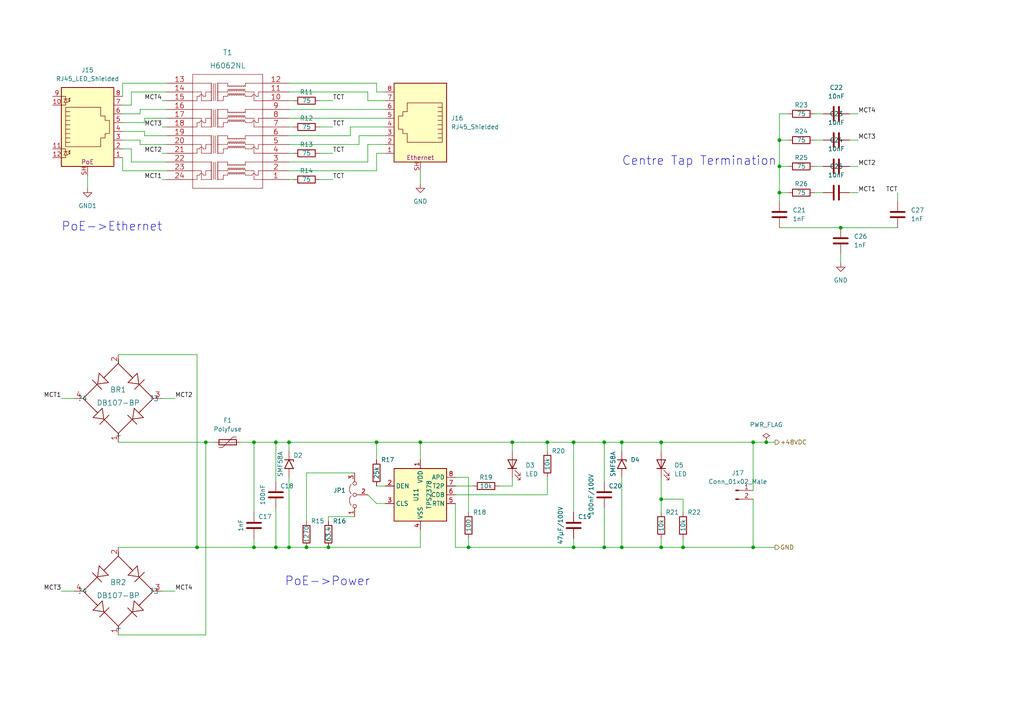
<source format=kicad_sch>
(kicad_sch (version 20211123) (generator eeschema)
  (paper "A4")
  (title_block (title "ModularDeck v1") (comment 1 "Board: PortsBoard") (comment 2 "Authors: Shantea Controls & Tim Nelson") (comment 4 "cf. DesignNotes.txt file"))
  (lib_symbols
    (symbol "2023-01-09_06-38-29:H6062FNLT" (pin_names (offset 0.254) hide)
      (property "Reference" "XMER" (at 17.78 7.62 0))
      (property "Value" "H6062FNLT" (at 17.78 5.08 0))
      (symbol "H6062FNLT_1_1"
        (pin unspecified line (at 0 0 0) (length 7.62) (name "1") (number "1"))
        (pin unspecified line (at 0 -22.86 0) (length 7.62) (name "10") (number "10"))
        (pin unspecified line (at 0 -25.4 0) (length 7.62) (name "11") (number "11"))
        (pin unspecified line (at 0 -27.94 0) (length 7.62) (name "12") (number "12"))
        (pin unspecified line (at 35.56 -27.94 180) (length 7.62) (name "13") (number "13"))
        (pin unspecified line (at 35.56 -25.4 180) (length 7.62) (name "14") (number "14"))
        (pin unspecified line (at 35.56 -22.86 180) (length 7.62) (name "15") (number "15"))
        (pin unspecified line (at 35.56 -20.32 180) (length 7.62) (name "16") (number "16"))
        (pin unspecified line (at 35.56 -17.78 180) (length 7.62) (name "17") (number "17"))
        (pin unspecified line (at 35.56 -15.24 180) (length 7.62) (name "18") (number "18"))
        (pin unspecified line (at 35.56 -12.7 180) (length 7.62) (name "19") (number "19"))
        (pin unspecified line (at 0 -2.54 0) (length 7.62) (name "2") (number "2"))
        (pin unspecified line (at 35.56 -10.16 180) (length 7.62) (name "20") (number "20"))
        (pin unspecified line (at 35.56 -7.62 180) (length 7.62) (name "21") (number "21"))
        (pin unspecified line (at 35.56 -5.08 180) (length 7.62) (name "22") (number "22"))
        (pin unspecified line (at 35.56 -2.54 180) (length 7.62) (name "23") (number "23"))
        (pin unspecified line (at 35.56 0 180) (length 7.62) (name "24") (number "24"))
        (pin unspecified line (at 0 -5.08 0) (length 7.62) (name "3") (number "3"))
        (pin unspecified line (at 0 -7.62 0) (length 7.62) (name "4") (number "4"))
        (pin unspecified line (at 0 -10.16 0) (length 7.62) (name "5") (number "5"))
        (pin unspecified line (at 0 -12.7 0) (length 7.62) (name "6") (number "6"))
        (pin unspecified line (at 0 -15.24 0) (length 7.62) (name "7") (number "7"))
        (pin unspecified line (at 0 -17.78 0) (length 7.62) (name "8") (number "8"))
        (pin unspecified line (at 0 -20.32 0) (length 7.62) (name "9") (number "9"))
      )
    )
    (symbol "Connector:Conn_01x02_Male" (pin_names (offset 1.016) hide)
      (property "Reference" "J" (at 0 2.54 0))
      (property "Value" "Conn_01x02_Male" (at 0 -5.08 0))
      (symbol "Conn_01x02_Male_1_1"
        (pin passive line (at 5.08 0 180) (length 3.81) (name "Pin_1") (number "1"))
        (pin passive line (at 5.08 -2.54 180) (length 3.81) (name "Pin_2") (number "2"))
      )
    )
    (symbol "Connector:RJ45_LED_Shielded" (pin_names (offset 1.016))
      (property "Reference" "J" (at -5.08 13.97 0))
      (property "Value" "RJ45_LED_Shielded" (at 1.27 13.97 0))
      (symbol "RJ45_LED_Shielded_1_1"
        (pin passive line (at 10.16 -7.62 180) (length 2.54) (name "~") (number "1"))
        (pin passive line (at -10.16 7.62 0) (length 2.54) (name "~") (number "10"))
        (pin passive line (at -10.16 -5.08 0) (length 2.54) (name "~") (number "11"))
        (pin passive line (at -10.16 -7.62 0) (length 2.54) (name "~") (number "12"))
        (pin passive line (at 10.16 -5.08 180) (length 2.54) (name "~") (number "2"))
        (pin passive line (at 10.16 -2.54 180) (length 2.54) (name "~") (number "3"))
        (pin passive line (at 10.16 0 180) (length 2.54) (name "~") (number "4"))
        (pin passive line (at 10.16 2.54 180) (length 2.54) (name "~") (number "5"))
        (pin passive line (at 10.16 5.08 180) (length 2.54) (name "~") (number "6"))
        (pin passive line (at 10.16 7.62 180) (length 2.54) (name "~") (number "7"))
        (pin passive line (at 10.16 10.16 180) (length 2.54) (name "~") (number "8"))
        (pin passive line (at -10.16 10.16 0) (length 2.54) (name "~") (number "9"))
        (pin passive line (at 0 -12.7 90) (length 2.54) (name "~") (number "SH"))
      )
    )
    (symbol "Connector:RJ45_Shielded" (pin_names (offset 1.016))
      (property "Reference" "J" (at -5.08 13.97 0))
      (property "Value" "RJ45_Shielded" (at 2.54 13.97 0))
      (symbol "RJ45_Shielded_1_1"
        (pin passive line (at 10.16 -7.62 180) (length 2.54) (name "~") (number "1"))
        (pin passive line (at 10.16 -5.08 180) (length 2.54) (name "~") (number "2"))
        (pin passive line (at 10.16 -2.54 180) (length 2.54) (name "~") (number "3"))
        (pin passive line (at 10.16 0 180) (length 2.54) (name "~") (number "4"))
        (pin passive line (at 10.16 2.54 180) (length 2.54) (name "~") (number "5"))
        (pin passive line (at 10.16 5.08 180) (length 2.54) (name "~") (number "6"))
        (pin passive line (at 10.16 7.62 180) (length 2.54) (name "~") (number "7"))
        (pin passive line (at 10.16 10.16 180) (length 2.54) (name "~") (number "8"))
        (pin passive line (at 0 -12.7 90) (length 2.54) (name "~") (number "SH"))
      )
    )
    (symbol "Device:C" (pin_numbers hide) (pin_names (offset 0.254))
      (property "Reference" "C" (at 0.635 2.54 0))
      (property "Value" "C" (at 0.635 -2.54 0))
      (symbol "C_1_1"
        (pin passive line (at 0 3.81 270) (length 2.794) (name "~") (number "1"))
        (pin passive line (at 0 -3.81 90) (length 2.794) (name "~") (number "2"))
      )
    )
    (symbol "Device:LED" (pin_numbers hide) (pin_names (offset 1.016) hide)
      (property "Reference" "D" (at 0 2.54 0))
      (property "Value" "LED" (at 0 -2.54 0))
      (symbol "LED_1_1"
        (pin passive line (at -3.81 0 0) (length 2.54) (name "K") (number "1"))
        (pin passive line (at 3.81 0 180) (length 2.54) (name "A") (number "2"))
      )
    )
    (symbol "Device:Polyfuse" (pin_numbers hide) (pin_names (offset 0))
      (property "Reference" "F" (at -2.54 0 90))
      (property "Value" "Polyfuse" (at 2.54 0 90))
      (symbol "Polyfuse_1_1"
        (pin passive line (at 0 3.81 270) (length 1.27) (name "~") (number "1"))
        (pin passive line (at 0 -3.81 90) (length 1.27) (name "~") (number "2"))
      )
    )
    (symbol "Device:R" (pin_numbers hide) (pin_names (offset 0))
      (property "Reference" "R" (at 2.032 0 90))
      (property "Value" "R" (at 0 0 90))
      (symbol "R_1_1"
        (pin passive line (at 0 3.81 270) (length 1.27) (name "~") (number "1"))
        (pin passive line (at 0 -3.81 90) (length 1.27) (name "~") (number "2"))
      )
    )
    (symbol "Diode:SMF58A" (pin_numbers hide) (pin_names (offset 1.016) hide)
      (property "Reference" "D" (at 0 2.54 0))
      (property "Value" "SMF58A" (at 0 -2.54 0))
      (symbol "SMF58A_1_1"
        (pin passive line (at -3.81 0 0) (length 2.54) (name "A1") (number "1"))
        (pin passive line (at 3.81 0 180) (length 2.54) (name "A2") (number "2"))
      )
    )
    (symbol "Jumper:Jumper_3_Open" (pin_names (offset 0) hide)
      (property "Reference" "JP" (at -2.54 -2.54 0))
      (property "Value" "Jumper_3_Open" (at 0 2.794 0))
      (symbol "Jumper_3_Open_1_1"
        (pin passive line (at -6.35 0 0) (length 2.54) (name "A") (number "1"))
        (pin passive line (at 0 -3.81 90) (length 2.54) (name "C") (number "2"))
        (pin passive line (at 6.35 0 180) (length 2.54) (name "B") (number "3"))
      )
    )
    (symbol "ModularDeck_Library:TPS2378"
      (property "Reference" "U" (at 2.54 -8.89 0))
      (property "Value" "TPS2378" (at 7.62 -11.43 0))
      (symbol "TPS2378_1_1"
        (pin power_in line (at 0 10.16 270) (length 2.54) (name "VDD") (number "1"))
        (pin bidirectional line (at -10.16 2.54 0) (length 2.54) (name "DEN") (number "2"))
        (pin output line (at -10.16 -2.54 0) (length 2.54) (name "CLS") (number "3"))
        (pin power_in line (at 0 -10.16 90) (length 2.54) (name "VSS") (number "4"))
        (pin power_out line (at 10.16 -2.54 180) (length 2.54) (name "RTN") (number "5"))
        (pin output line (at 10.16 0 180) (length 2.54) (name "CDB") (number "6"))
        (pin output line (at 10.16 2.54 180) (length 2.54) (name "T2P") (number "7"))
        (pin input line (at 10.16 5.08 180) (length 2.54) (name "APD") (number "8"))
      )
    )
    (symbol "UltraLibrarian:DB107-BP" (pin_names (offset -1.651))
      (property "Reference" "BR" (at 25.4 10.16 0))
      (property "Value" "DB107-BP" (at 12.7 -5.08 0))
      (symbol "DB107-BP_1_1"
        (pin power_out line (at 25.4 0 180) (length 2.54) (name "+") (number "1"))
        (pin power_out line (at 0 0 0) (length 2.54) (name "-") (number "2"))
        (pin power_in line (at 12.7 12.7 270) (length 2.54) (name "?3") (number "3"))
        (pin power_in line (at 12.7 -12.7 90) (length 2.54) (name "?4") (number "4"))
      )
    )
    (symbol "power:GND" (power) (pin_names (offset 0))
      (property "Value" "GND" (at 0 -3.81 0))
      (symbol "GND_1_1"
        (pin power_in line (at 0 0 270) (length 0) hide (name "GND") (number "1"))
      )
    )
    (symbol "power:GND1" (power) (pin_names (offset 0))
      (property "Value" "GND1" (at 0 -3.81 0))
      (symbol "GND1_1_1"
        (pin power_in line (at 0 0 270) (length 0) hide (name "GND1") (number "1"))
      )
    )
    (symbol "power:PWR_FLAG" (power) (pin_numbers hide) (pin_names (offset 0) hide)
      (property "Value" "PWR_FLAG" (at 0 3.81 0))
      (symbol "PWR_FLAG_0_0"
        (pin power_out line (at 0 0 90) (length 0) (name "pwr") (number "1"))
      )
    )
  )
  (junction (at 198.12 158.75))
  (junction (at 80.01 158.75))
  (junction (at 95.25 158.75))
  (junction (at 226.06 40.64))
  (junction (at 218.44 128.27))
  (junction (at 218.44 158.75))
  (junction (at 191.77 144.78))
  (junction (at 88.9 158.75))
  (junction (at 109.22 128.27))
  (junction (at 180.34 158.75))
  (junction (at 226.06 48.26))
  (junction (at 73.66 128.27))
  (junction (at 59.69 128.27))
  (junction (at 191.77 128.27))
  (junction (at 148.59 128.27))
  (junction (at 135.89 158.75))
  (junction (at 166.37 158.75))
  (junction (at 226.06 55.88))
  (junction (at 121.92 128.27))
  (junction (at 80.01 128.27))
  (junction (at 166.37 128.27))
  (junction (at 57.15 158.75))
  (junction (at 158.75 128.27))
  (junction (at 243.84 66.04))
  (junction (at 180.34 128.27))
  (junction (at 83.82 158.75))
  (junction (at 175.26 128.27))
  (junction (at 73.66 158.75))
  (junction (at 222.25 128.27))
  (junction (at 83.82 128.27))
  (junction (at 191.77 158.75))
  (junction (at 175.26 158.75))
  (wire (pts (xy 158.75 128.27) (xy 158.75 130.81)))
  (wire (pts (xy 243.84 73.66) (xy 243.84 76.2)))
  (wire (pts (xy 121.92 128.27) (xy 121.92 133.35)))
  (wire (pts (xy 92.71 29.21) (xy 96.52 29.21)))
  (wire (pts (xy 226.06 48.26) (xy 226.06 55.88)))
  (wire (pts (xy 191.77 128.27) (xy 218.44 128.27)))
  (wire (pts (xy 83.82 128.27) (xy 83.82 130.81)))
  (wire (pts (xy 166.37 158.75) (xy 175.26 158.75)))
  (wire (pts (xy 34.29 184.15) (xy 59.69 184.15)))
  (wire (pts (xy 158.75 138.43) (xy 158.75 143.51)))
  (wire (pts (xy 59.69 128.27) (xy 62.23 128.27)))
  (wire (pts (xy 109.22 26.67) (xy 109.22 24.13)))
  (wire (pts (xy 35.56 40.64) (xy 40.64 40.64)))
  (wire (pts (xy 59.69 184.15) (xy 59.69 128.27)))
  (wire (pts (xy 236.22 55.88) (xy 238.76 55.88)))
  (wire (pts (xy 166.37 128.27) (xy 175.26 128.27)))
  (wire (pts (xy 135.89 138.43) (xy 132.08 138.43)))
  (wire (pts (xy 135.89 158.75) (xy 166.37 158.75)))
  (wire (pts (xy 101.6 39.37) (xy 83.82 39.37)))
  (wire (pts (xy 101.6 36.83) (xy 101.6 39.37)))
  (wire (pts (xy 148.59 128.27) (xy 158.75 128.27)))
  (wire (pts (xy 243.84 66.04) (xy 260.35 66.04)))
  (wire (pts (xy 57.15 158.75) (xy 73.66 158.75)))
  (wire (pts (xy 41.91 34.29) (xy 48.26 34.29)))
  (wire (pts (xy 35.56 33.02) (xy 40.64 33.02)))
  (wire (pts (xy 88.9 158.75) (xy 95.25 158.75)))
  (wire (pts (xy 40.64 41.91) (xy 48.26 41.91)))
  (wire (pts (xy 191.77 158.75) (xy 198.12 158.75)))
  (wire (pts (xy 218.44 128.27) (xy 218.44 142.24)))
  (wire (pts (xy 121.92 158.75) (xy 121.92 153.67)))
  (wire (pts (xy 83.82 31.75) (xy 111.76 31.75)))
  (wire (pts (xy 83.82 34.29) (xy 111.76 34.29)))
  (wire (pts (xy 83.82 36.83) (xy 85.09 36.83)))
  (wire (pts (xy 158.75 128.27) (xy 166.37 128.27)))
  (wire (pts (xy 35.56 45.72) (xy 35.56 49.53)))
  (wire (pts (xy 73.66 156.21) (xy 73.66 158.75)))
  (wire (pts (xy 41.91 39.37) (xy 48.26 39.37)))
  (wire (pts (xy 226.06 33.02) (xy 226.06 40.64)))
  (wire (pts (xy 191.77 128.27) (xy 191.77 130.81)))
  (wire (pts (xy 226.06 48.26) (xy 228.6 48.26)))
  (wire (pts (xy 109.22 49.53) (xy 83.82 49.53)))
  (wire (pts (xy 226.06 40.64) (xy 226.06 48.26)))
  (wire (pts (xy 198.12 158.75) (xy 218.44 158.75)))
  (wire (pts (xy 80.01 158.75) (xy 83.82 158.75)))
  (wire (pts (xy 132.08 158.75) (xy 135.89 158.75)))
  (wire (pts (xy 148.59 128.27) (xy 148.59 130.81)))
  (wire (pts (xy 34.29 102.87) (xy 57.15 102.87)))
  (wire (pts (xy 198.12 156.21) (xy 198.12 158.75)))
  (wire (pts (xy 191.77 144.78) (xy 191.77 148.59)))
  (wire (pts (xy 83.82 158.75) (xy 88.9 158.75)))
  (wire (pts (xy 226.06 55.88) (xy 226.06 58.42)))
  (wire (pts (xy 95.25 149.86) (xy 102.87 149.86)))
  (wire (pts (xy 175.26 128.27) (xy 175.26 139.7)))
  (wire (pts (xy 218.44 144.78) (xy 218.44 158.75)))
  (wire (pts (xy 132.08 146.05) (xy 132.08 158.75)))
  (wire (pts (xy 148.59 140.97) (xy 148.59 138.43)))
  (wire (pts (xy 41.91 38.1) (xy 41.91 39.37)))
  (wire (pts (xy 38.1 30.48) (xy 38.1 26.67)))
  (wire (pts (xy 80.01 147.32) (xy 80.01 158.75)))
  (wire (pts (xy 236.22 40.64) (xy 238.76 40.64)))
  (wire (pts (xy 38.1 26.67) (xy 48.26 26.67)))
  (wire (pts (xy 35.56 49.53) (xy 48.26 49.53)))
  (wire (pts (xy 158.75 143.51) (xy 132.08 143.51)))
  (wire (pts (xy 260.35 55.88) (xy 260.35 58.42)))
  (wire (pts (xy 102.87 137.16) (xy 88.9 137.16)))
  (wire (pts (xy 80.01 128.27) (xy 83.82 128.27)))
  (wire (pts (xy 109.22 146.05) (xy 111.76 146.05)))
  (wire (pts (xy 73.66 128.27) (xy 73.66 148.59)))
  (wire (pts (xy 17.78 115.57) (xy 21.59 115.57)))
  (wire (pts (xy 80.01 128.27) (xy 80.01 139.7)))
  (wire (pts (xy 236.22 33.02) (xy 238.76 33.02)))
  (wire (pts (xy 175.26 147.32) (xy 175.26 158.75)))
  (wire (pts (xy 180.34 128.27) (xy 191.77 128.27)))
  (wire (pts (xy 46.99 44.45) (xy 48.26 44.45)))
  (wire (pts (xy 83.82 29.21) (xy 85.09 29.21)))
  (wire (pts (xy 104.14 39.37) (xy 104.14 41.91)))
  (wire (pts (xy 109.22 128.27) (xy 121.92 128.27)))
  (wire (pts (xy 46.99 115.57) (xy 50.8 115.57)))
  (wire (pts (xy 226.06 40.64) (xy 228.6 40.64)))
  (wire (pts (xy 92.71 44.45) (xy 96.52 44.45)))
  (wire (pts (xy 73.66 128.27) (xy 80.01 128.27)))
  (wire (pts (xy 88.9 137.16) (xy 88.9 151.13)))
  (wire (pts (xy 46.99 29.21) (xy 48.26 29.21)))
  (wire (pts (xy 166.37 128.27) (xy 166.37 148.59)))
  (wire (pts (xy 69.85 128.27) (xy 73.66 128.27)))
  (wire (pts (xy 109.22 26.67) (xy 111.76 26.67)))
  (wire (pts (xy 135.89 156.21) (xy 135.89 158.75)))
  (wire (pts (xy 246.38 55.88) (xy 248.92 55.88)))
  (wire (pts (xy 175.26 128.27) (xy 180.34 128.27)))
  (wire (pts (xy 46.99 36.83) (xy 48.26 36.83)))
  (wire (pts (xy 109.22 44.45) (xy 111.76 44.45)))
  (wire (pts (xy 17.78 171.45) (xy 21.59 171.45)))
  (wire (pts (xy 83.82 128.27) (xy 109.22 128.27)))
  (wire (pts (xy 121.92 128.27) (xy 148.59 128.27)))
  (wire (pts (xy 92.71 36.83) (xy 96.52 36.83)))
  (wire (pts (xy 236.22 48.26) (xy 238.76 48.26)))
  (wire (pts (xy 226.06 66.04) (xy 243.84 66.04)))
  (wire (pts (xy 34.29 128.27) (xy 59.69 128.27)))
  (wire (pts (xy 111.76 29.21) (xy 106.68 29.21)))
  (wire (pts (xy 106.68 26.67) (xy 83.82 26.67)))
  (wire (pts (xy 41.91 35.56) (xy 41.91 34.29)))
  (wire (pts (xy 246.38 48.26) (xy 248.92 48.26)))
  (wire (pts (xy 46.99 52.07) (xy 48.26 52.07)))
  (wire (pts (xy 95.25 158.75) (xy 121.92 158.75)))
  (wire (pts (xy 191.77 138.43) (xy 191.77 144.78)))
  (wire (pts (xy 57.15 102.87) (xy 57.15 158.75)))
  (wire (pts (xy 35.56 27.94) (xy 35.56 24.13)))
  (wire (pts (xy 180.34 128.27) (xy 180.34 130.81)))
  (wire (pts (xy 246.38 40.64) (xy 248.92 40.64)))
  (wire (pts (xy 38.1 46.99) (xy 48.26 46.99)))
  (wire (pts (xy 83.82 44.45) (xy 85.09 44.45)))
  (wire (pts (xy 92.71 52.07) (xy 96.52 52.07)))
  (wire (pts (xy 109.22 24.13) (xy 83.82 24.13)))
  (wire (pts (xy 218.44 158.75) (xy 224.79 158.75)))
  (wire (pts (xy 111.76 39.37) (xy 104.14 39.37)))
  (wire (pts (xy 73.66 158.75) (xy 80.01 158.75)))
  (wire (pts (xy 35.56 38.1) (xy 41.91 38.1)))
  (wire (pts (xy 111.76 41.91) (xy 106.68 41.91)))
  (wire (pts (xy 109.22 128.27) (xy 109.22 133.35)))
  (wire (pts (xy 222.25 128.27) (xy 224.79 128.27)))
  (wire (pts (xy 109.22 44.45) (xy 109.22 49.53)))
  (wire (pts (xy 198.12 144.78) (xy 191.77 144.78)))
  (wire (pts (xy 246.38 33.02) (xy 248.92 33.02)))
  (wire (pts (xy 106.68 29.21) (xy 106.68 26.67)))
  (wire (pts (xy 83.82 138.43) (xy 83.82 158.75)))
  (wire (pts (xy 95.25 149.86) (xy 95.25 151.13)))
  (wire (pts (xy 109.22 140.97) (xy 111.76 140.97)))
  (wire (pts (xy 34.29 158.75) (xy 57.15 158.75)))
  (wire (pts (xy 46.99 171.45) (xy 50.8 171.45)))
  (wire (pts (xy 25.4 50.8) (xy 25.4 54.61)))
  (wire (pts (xy 218.44 128.27) (xy 222.25 128.27)))
  (wire (pts (xy 104.14 41.91) (xy 83.82 41.91)))
  (wire (pts (xy 83.82 46.99) (xy 106.68 46.99)))
  (wire (pts (xy 40.64 31.75) (xy 48.26 31.75)))
  (wire (pts (xy 35.56 30.48) (xy 38.1 30.48)))
  (wire (pts (xy 35.56 24.13) (xy 48.26 24.13)))
  (wire (pts (xy 35.56 35.56) (xy 41.91 35.56)))
  (wire (pts (xy 83.82 52.07) (xy 85.09 52.07)))
  (wire (pts (xy 40.64 40.64) (xy 40.64 41.91)))
  (wire (pts (xy 226.06 33.02) (xy 228.6 33.02)))
  (wire (pts (xy 144.78 140.97) (xy 148.59 140.97)))
  (wire (pts (xy 180.34 138.43) (xy 180.34 158.75)))
  (wire (pts (xy 111.76 36.83) (xy 101.6 36.83)))
  (wire (pts (xy 109.22 146.05) (xy 106.68 143.51)))
  (wire (pts (xy 40.64 33.02) (xy 40.64 31.75)))
  (wire (pts (xy 38.1 43.18) (xy 38.1 46.99)))
  (wire (pts (xy 135.89 148.59) (xy 135.89 138.43)))
  (wire (pts (xy 166.37 156.21) (xy 166.37 158.75)))
  (wire (pts (xy 175.26 158.75) (xy 180.34 158.75)))
  (wire (pts (xy 226.06 55.88) (xy 228.6 55.88)))
  (wire (pts (xy 106.68 41.91) (xy 106.68 46.99)))
  (wire (pts (xy 180.34 158.75) (xy 191.77 158.75)))
  (wire (pts (xy 191.77 156.21) (xy 191.77 158.75)))
  (wire (pts (xy 198.12 148.59) (xy 198.12 144.78)))
  (wire (pts (xy 35.56 43.18) (xy 38.1 43.18)))
  (wire (pts (xy 121.92 49.53) (xy 121.92 53.34)))
  (wire (pts (xy 132.08 140.97) (xy 137.16 140.97)))
  (text "PoE->Ethernet" (at 17.78 67.31 0) (effects (font (size 2.54 2.54)) (justify left bottom)))
  (text "PoE->Power" (at 82.55 170.18 0) (effects (font (size 2.54 2.54)) (justify left bottom)))
  (text "Centre Tap Termination" (at 180.34 48.26 0) (effects (font (size 2.54 2.54)) (justify left bottom)))
  (label "TCT" (at 96.52 29.21 0))
  (label "MCT4" (at 46.99 29.21 180))
  (label "MCT2" (at 46.99 44.45 180))
  (label "MCT3" (at 46.99 36.83 180))
  (label "TCT" (at 260.35 55.88 180))
  (label "MCT3" (at 17.78 171.45 180))
  (label "TCT" (at 96.52 36.83 0))
  (label "MCT3" (at 248.92 40.64 0))
  (label "MCT2" (at 50.8 115.57 0))
  (label "MCT1" (at 248.92 55.88 0))
  (label "MCT1" (at 17.78 115.57 180))
  (label "TCT" (at 96.52 44.45 0))
  (label "MCT1" (at 46.99 52.07 180))
  (label "MCT4" (at 248.92 33.02 0))
  (label "MCT4" (at 50.8 171.45 0))
  (label "TCT" (at 96.52 52.07 0))
  (label "MCT2" (at 248.92 48.26 0))
  (hierarchical_label "GND" (shape output) (at 224.79 158.75 0))
  (hierarchical_label "+48VDC" (shape output) (at 224.79 128.27 0))
  (symbol (lib_id "Connector:Conn_01x02_Male") (at 213.36 142.24 0) (unit 1)
    (property "Reference" "J17" (at 213.995 137.16 0))
    (property "Value" "Conn_01x02_Male" (at 213.995 139.7 0))
  )
  (symbol (lib_id "Device:LED") (at 148.59 134.62 90) (unit 1)
    (property "Reference" "D3" (at 152.4 134.9374 90) (effects (justify right)))
    (property "Value" "LED" (at 152.4 137.4774 90) (effects (justify right)))
  )
  (symbol (lib_id "Diode:SMF58A") (at 180.34 134.62 270) (unit 1)
    (property "Reference" "D4" (at 182.88 133.3499 90) (effects (justify left)))
    (property "Value" "SMF58A" (at 177.8 134.62 0))
    (property "Footprint" "Diode_SMD:D_SMF" (effects hide))
    (property "Datasheet" "https://www.vishay.com/doc?85881" (effects hide))
  )
  (symbol (lib_id "Device:R") (at 232.41 48.26 90) (unit 1)
    (property "Reference" "R25" (at 232.41 45.72 90))
    (property "Value" "75" (at 232.41 48.26 90))
  )
  (symbol (lib_id "Device:C") (at 73.66 152.4 0) (unit 1)
    (property "Reference" "C17" (at 74.93 149.86 0) (effects (justify left)))
    (property "Value" "1nF" (at 69.85 152.4 90))
  )
  (symbol (lib_id "Device:C") (at 242.57 33.02 90) (unit 1)
    (property "Reference" "C22" (at 242.57 25.4 90))
    (property "Value" "10nF" (at 242.57 27.94 90))
  )
  (symbol (lib_id "power:GND1") (at 25.4 54.61 0) (unit 1)
    (property "Reference" "#PWR0133" (effects hide))
    (property "Value" "GND1" (at 25.4 59.69 0))
  )
  (symbol (lib_id "Device:C") (at 166.37 152.4 0) (unit 1)
    (property "Reference" "C19" (at 167.64 149.86 0) (effects (justify left)))
    (property "Value" "47μF/100V" (at 162.56 152.4 90))
  )
  (symbol (lib_id "Device:R") (at 232.41 40.64 90) (unit 1)
    (property "Reference" "R24" (at 232.41 38.1 90))
    (property "Value" "75" (at 232.41 40.64 90))
  )
  (symbol (lib_id "Device:C") (at 243.84 69.85 0) (unit 1)
    (property "Reference" "C26" (at 247.65 68.5799 0) (effects (justify left)))
    (property "Value" "1nF" (at 247.65 71.1199 0) (effects (justify left)))
  )
  (symbol (lib_id "Device:C") (at 242.57 48.26 90) (unit 1)
    (property "Reference" "C24" (at 242.57 40.64 90))
    (property "Value" "10nF" (at 242.57 43.18 90))
  )
  (symbol (lib_id "ModularDeck_Library:TPS2378") (at 121.92 143.51 0) (unit 1)
    (property "Reference" "U11" (at 120.65 143.51 90))
    (property "Value" "TPS2378" (at 124.46 143.51 90))
    (property "Footprint" "Package_SO:Texas_HSOP-8-1EP_3.9x4.9mm_P1.27mm_ThermalVias" (effects hide))
    (property "Datasheet" "https://www.ti.com/lit/ds/symlink/tps2378.pdf" (effects hide))
  )
  (symbol (lib_id "Connector:RJ45_Shielded") (at 121.92 36.83 0) (mirror y) (unit 1)
    (property "Reference" "J16" (at 130.81 34.2899 0) (effects (justify right)))
    (property "Value" "RJ45_Shielded" (at 130.81 36.8299 0) (effects (justify right)))
    (property "Signal" "Ethernet" (at 121.92 45.72 0))
  )
  (symbol (lib_id "Device:C") (at 260.35 62.23 0) (unit 1)
    (property "Reference" "C27" (at 264.16 60.9599 0) (effects (justify left)))
    (property "Value" "1nF" (at 264.16 63.4999 0) (effects (justify left)))
  )
  (symbol (lib_id "Device:R") (at 88.9 52.07 90) (unit 1)
    (property "Reference" "R14" (at 88.9 49.53 90))
    (property "Value" "75" (at 88.9 52.07 90))
  )
  (symbol (lib_id "power:GND") (at 243.84 76.2 0) (unit 1)
    (property "Reference" "#PWR0135" (effects hide))
    (property "Value" "GND" (at 243.84 81.28 0))
  )
  (symbol (lib_id "Device:R") (at 158.75 134.62 0) (unit 1)
    (property "Reference" "R20" (at 160.02 130.81 0) (effects (justify left)))
    (property "Value" "10k" (at 158.75 134.62 90))
  )
  (symbol (lib_id "Device:C") (at 175.26 143.51 0) (unit 1)
    (property "Reference" "C20" (at 176.53 140.97 0) (effects (justify left)))
    (property "Value" "100nF/100V" (at 171.45 143.51 90))
  )
  (symbol (lib_id "UltraLibrarian:DB107-BP") (at 34.29 102.87 270) (unit 1)
    (property "Reference" "BR1" (at 34.29 113.03 90) (effects (font (size 1.524 1.524))))
    (property "Value" "DB107-BP" (at 34.29 116.84 90) (effects (font (size 1.524 1.524))))
    (property "Footprint" "DB-1_MCC" (effects hide))
    (property "Datasheet" "https://au.mouser.com/datasheet/2/345/db101_db107-1774120.pdf" (effects hide))
  )
  (symbol (lib_id "Device:C") (at 242.57 40.64 90) (unit 1)
    (property "Reference" "C23" (at 242.57 33.02 90))
    (property "Value" "10nF" (at 242.57 35.56 90))
  )
  (symbol (lib_id "Device:R") (at 88.9 36.83 90) (unit 1)
    (property "Reference" "R12" (at 88.9 34.29 90))
    (property "Value" "75" (at 88.9 36.83 90))
  )
  (symbol (lib_id "Device:R") (at 88.9 154.94 0) (unit 1)
    (property "Reference" "R15" (at 90.17 151.13 0) (effects (justify left)))
    (property "Value" "1270" (at 88.9 154.94 90))
  )
  (symbol (lib_id "Device:C") (at 226.06 62.23 0) (unit 1)
    (property "Reference" "C21" (at 229.87 60.9599 0) (effects (justify left)))
    (property "Value" "1nF" (at 229.87 63.4999 0) (effects (justify left)))
  )
  (symbol (lib_id "Device:Polyfuse") (at 66.04 128.27 90) (unit 1)
    (property "Reference" "F1" (at 66.04 121.92 90))
    (property "Value" "Polyfuse" (at 66.04 124.46 90))
  )
  (symbol (lib_id "Device:R") (at 198.12 152.4 0) (unit 1)
    (property "Reference" "R22" (at 199.39 148.59 0) (effects (justify left)))
    (property "Value" "10k" (at 198.12 152.4 90))
  )
  (symbol (lib_id "Device:R") (at 232.41 33.02 90) (unit 1)
    (property "Reference" "R23" (at 232.41 30.48 90))
    (property "Value" "75" (at 232.41 33.02 90))
  )
  (symbol (lib_id "Device:R") (at 191.77 152.4 0) (unit 1)
    (property "Reference" "R21" (at 193.04 148.59 0) (effects (justify left)))
    (property "Value" "10k" (at 191.77 152.4 90))
  )
  (symbol (lib_id "Diode:SMF58A") (at 83.82 134.62 270) (unit 1)
    (property "Reference" "D2" (at 85.09 132.08 90) (effects (justify left)))
    (property "Value" "SMF58A" (at 81.28 134.62 0))
    (property "Footprint" "Diode_SMD:D_SMF" (effects hide))
    (property "Datasheet" "https://www.vishay.com/doc?85881" (effects hide))
  )
  (symbol (lib_id "Device:R") (at 135.89 152.4 0) (unit 1)
    (property "Reference" "R18" (at 137.16 148.59 0) (effects (justify left)))
    (property "Value" "100" (at 135.89 152.4 90))
  )
  (symbol (lib_id "Device:R") (at 140.97 140.97 90) (unit 1)
    (property "Reference" "R19" (at 140.97 138.43 90))
    (property "Value" "10k" (at 140.97 140.97 90))
  )
  (symbol (lib_id "Jumper:Jumper_3_Open") (at 102.87 143.51 90) (unit 1)
    (property "Reference" "JP1" (at 100.33 142.2399 90) (effects (justify left)))
    (property "Value" "Jumper_3_Open" (effects hide))
  )
  (symbol (lib_id "Device:R") (at 109.22 137.16 0) (unit 1)
    (property "Reference" "R17" (at 110.49 133.35 0) (effects (justify left)))
    (property "Value" "25k" (at 109.22 137.16 90))
  )
  (symbol (lib_id "2023-01-09_06-38-29:H6062FNLT") (at 83.82 52.07 180) (unit 1)
    (property "Reference" "T1" (at 66.04 15.24 0) (effects (font (size 1.524 1.524))))
    (property "Value" "H6062NL" (at 66.04 19.05 0) (effects (font (size 1.524 1.524))))
    (property "Footprint" "H6062FNLT_PUL" (effects hide))
  )
  (symbol (lib_id "Device:R") (at 95.25 154.94 0) (unit 1)
    (property "Reference" "R16" (at 96.52 151.13 0) (effects (justify left)))
    (property "Value" "63.4" (at 95.25 154.94 90))
  )
  (symbol (lib_id "Device:C") (at 242.57 55.88 90) (unit 1)
    (property "Reference" "C25" (at 242.57 48.26 90))
    (property "Value" "10nF" (at 242.57 50.8 90))
  )
  (symbol (lib_id "Device:C") (at 80.01 143.51 0) (unit 1)
    (property "Reference" "C18" (at 81.28 140.97 0) (effects (justify left)))
    (property "Value" "100nF" (at 76.2 143.51 90))
  )
  (symbol (lib_id "power:GND") (at 121.92 53.34 0) (unit 1)
    (property "Reference" "#PWR0134" (effects hide))
    (property "Value" "GND" (at 121.92 58.42 0))
  )
  (symbol (lib_id "UltraLibrarian:DB107-BP") (at 34.29 158.75 270) (unit 1)
    (property "Reference" "BR2" (at 34.29 168.91 90) (effects (font (size 1.524 1.524))))
    (property "Value" "DB107-BP" (at 34.29 172.72 90) (effects (font (size 1.524 1.524))))
    (property "Footprint" "DB-1_MCC" (effects hide))
    (property "Datasheet" "https://au.mouser.com/datasheet/2/345/db101_db107-1774120.pdf" (effects hide))
  )
  (symbol (lib_id "Connector:RJ45_LED_Shielded") (at 25.4 38.1 0) (unit 1)
    (property "Reference" "J15" (at 25.4 20.32 0))
    (property "Value" "RJ45_LED_Shielded" (at 25.4 22.86 0))
    (property "Signal" "PoE" (at 25.4 46.99 0))
  )
  (symbol (lib_id "power:PWR_FLAG") (at 222.25 128.27 0) (unit 1)
    (property "Reference" "#FLG0101" (effects hide))
    (property "Value" "PWR_FLAG" (at 222.25 123.19 0))
  )
  (symbol (lib_id "Device:LED") (at 191.77 134.62 90) (unit 1)
    (property "Reference" "D5" (at 195.58 134.9374 90) (effects (justify right)))
    (property "Value" "LED" (at 195.58 137.4774 90) (effects (justify right)))
  )
  (symbol (lib_id "Device:R") (at 88.9 44.45 90) (unit 1)
    (property "Reference" "R13" (at 88.9 41.91 90))
    (property "Value" "75" (at 88.9 44.45 90))
  )
  (symbol (lib_id "Device:R") (at 232.41 55.88 90) (unit 1)
    (property "Reference" "R26" (at 232.41 53.34 90))
    (property "Value" "75" (at 232.41 55.88 90))
  )
  (symbol (lib_id "Device:R") (at 88.9 29.21 90) (unit 1)
    (property "Reference" "R11" (at 88.9 26.67 90))
    (property "Value" "75" (at 88.9 29.21 90))
  )
)
</source>
